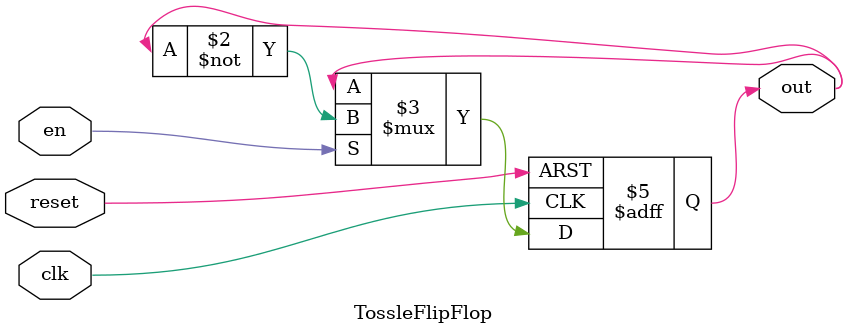
<source format=v>
module FlipFlop(clk, reset, dIn, dOut);
	input clk;
	input reset;
	input dIn;
	
	output reg dOut;
	
	always @(posedge reset or posedge clk) begin
		dOut <= dIn;
		if (reset)
			dOut <= 0;
	end
endmodule

module TossleFlipFlop(en, reset, clk, out);
	input en;
	input reset;
	input clk;
	output reg out;
	always @(posedge reset or posedge clk) begin
		if (reset) begin
			out <= 0;
		end else begin
			if (en) begin
				out <= ~out;
			end
		end 
	end
endmodule
</source>
